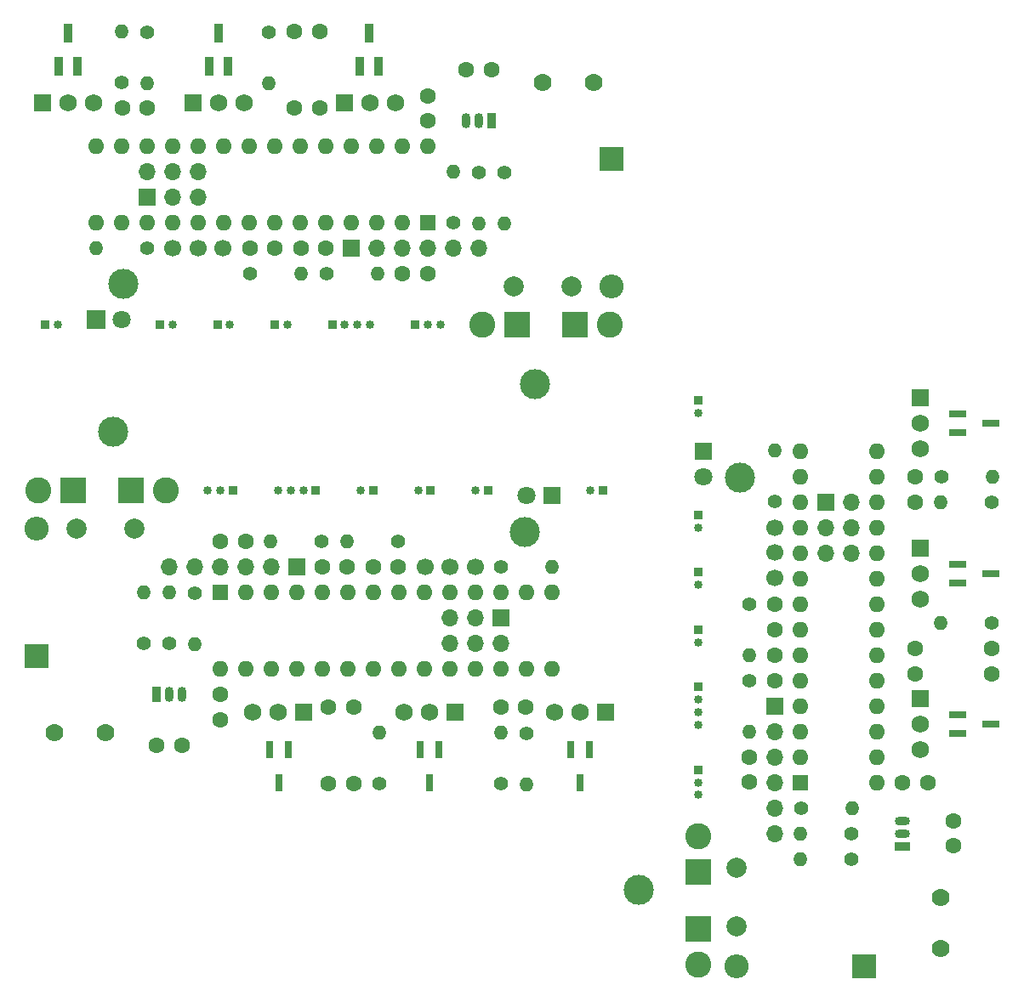
<source format=gts>
%MOIN*%
%OFA0B0*%
%FSLAX46Y46*%
%IPPOS*%
%LPD*%
%AMREC2110*
4,1,3,
0.03444881889763779,0.0344488188976378,
-0.0344488188976378,0.03444881889763779,
-0.03444881889763779,-0.0344488188976378,
0.0344488188976378,-0.03444881889763779,
0*%
%AMREC2120*
4,1,3,
0.015748031496062988,0.035433070866141732,
-0.015748031496063,0.035433070866141732,
-0.015748031496062988,-0.035433070866141732,
0.015748031496063,-0.035433070866141732,
0*%
%AMREC2130*
4,1,3,
0.033464566929133854,0.033464566929133861,
-0.033464566929133861,0.033464566929133854,
-0.033464566929133854,-0.033464566929133861,
0.033464566929133861,-0.033464566929133854,
0*%
%AMREC2140*
4,1,3,
0.031496062992125984,0.031496062992125991,
-0.031496062992125991,0.031496062992125984,
-0.031496062992125984,-0.031496062992125991,
0.031496062992125991,-0.031496062992125984,
0*%
%AMREC2150*
4,1,3,
0.051181102362204724,0.051181102362204738,
-0.051181102362204738,0.051181102362204724,
-0.051181102362204724,-0.051181102362204738,
0.051181102362204738,-0.051181102362204724,
0*%
%AMREC2160*
4,1,3,
0.047244094488188969,0.047244094488188983,
-0.047244094488188983,0.047244094488188969,
-0.047244094488188969,-0.047244094488188983,
0.047244094488188983,-0.047244094488188969,
0*%
%AMREC2170*
4,1,3,
0.035433070866141732,0.035433070866141739,
-0.035433070866141739,0.035433070866141732,
-0.035433070866141732,-0.035433070866141739,
0.035433070866141739,-0.035433070866141732,
0*%
%AMREC2180*
4,1,3,
0.017716535433070862,0.029527559055118113,
-0.017716535433070873,0.029527559055118113,
-0.017716535433070862,-0.029527559055118113,
0.017716535433070873,-0.029527559055118113,
0*%
%AMREC2190*
4,1,3,
0.016732283464566927,0.016732283464566931,
-0.016732283464566931,0.016732283464566927,
-0.016732283464566927,-0.016732283464566931,
0.016732283464566931,-0.016732283464566927,
0*%
%ADD10C,0.0039370078740157488*%
%ADD11C,0.11811023622047245*%
%ADD12C,0.068897637795275593*%
%ADD13R,0.068897637795275593X0.068897637795275593*%
%ADD14R,0.031496062992125991X0.070866141732283464*%
%ADD15C,0.07874015748031496*%
%ADD16R,0.066929133858267723X0.066929133858267723*%
%ADD17O,0.066929133858267723X0.066929133858267723*%
%ADD18R,0.062992125984251982X0.062992125984251982*%
%ADD19O,0.062992125984251982X0.062992125984251982*%
%ADD20R,0.10236220472440946X0.10236220472440946*%
%ADD21C,0.10236220472440946*%
%ADD22C,0.066929133858267723*%
%ADD23R,0.094488188976377951X0.094488188976377951*%
%ADD24O,0.094488188976377951X0.094488188976377951*%
%ADD25C,0.07*%
%ADD26C,0.055118110236220472*%
%ADD27O,0.055118110236220472X0.055118110236220472*%
%ADD28C,0.062992125984251982*%
%ADD29R,0.070866141732283464X0.070866141732283464*%
%ADD30C,0.070866141732283464*%
%ADD31O,0.035433070866141732X0.059055118110236227*%
%ADD32R,0.035433070866141732X0.059055118110236227*%
%ADD33R,0.033464566929133861X0.033464566929133861*%
%ADD34C,0.033464566929133861*%
%ADD45C,0.0039370078740157488*%
%ADD46C,0.11811023622047245*%
%ADD47C,0.068897637795275593*%
%AMCOMP250*
4,1,3,
0.03444881889763779,0.0344488188976378,
-0.0344488188976378,0.03444881889763779,
-0.03444881889763779,-0.0344488188976378,
0.0344488188976378,-0.03444881889763779,
0*%
%ADD48COMP250*%
%AMCOMP251*
4,1,3,
0.015748031496062988,0.035433070866141732,
-0.015748031496063,0.035433070866141732,
-0.015748031496062988,-0.035433070866141732,
0.015748031496063,-0.035433070866141732,
0*%
%ADD49COMP251*%
%ADD50C,0.07874015748031496*%
%AMCOMP252*
4,1,3,
0.033464566929133854,0.033464566929133861,
-0.033464566929133861,0.033464566929133854,
-0.033464566929133854,-0.033464566929133861,
0.033464566929133861,-0.033464566929133854,
0*%
%ADD51COMP252*%
%ADD52O,0.066929133858267723X0.066929133858267723*%
%AMCOMP253*
4,1,3,
0.031496062992125984,0.031496062992125991,
-0.031496062992125991,0.031496062992125984,
-0.031496062992125984,-0.031496062992125991,
0.031496062992125991,-0.031496062992125984,
0*%
%ADD53COMP253*%
%ADD54O,0.062992125984251982X0.062992125984251982*%
%AMCOMP254*
4,1,3,
0.051181102362204724,0.051181102362204738,
-0.051181102362204738,0.051181102362204724,
-0.051181102362204724,-0.051181102362204738,
0.051181102362204738,-0.051181102362204724,
0*%
%ADD55COMP254*%
%ADD56C,0.10236220472440946*%
%ADD57C,0.066929133858267723*%
%AMCOMP255*
4,1,3,
0.047244094488188969,0.047244094488188983,
-0.047244094488188983,0.047244094488188969,
-0.047244094488188969,-0.047244094488188983,
0.047244094488188983,-0.047244094488188969,
0*%
%ADD58COMP255*%
%ADD59O,0.094488188976377951X0.094488188976377951*%
%ADD60C,0.07*%
%ADD61C,0.055118110236220472*%
%ADD62O,0.055118110236220472X0.055118110236220472*%
%ADD63C,0.062992125984251982*%
%AMCOMP256*
4,1,3,
0.035433070866141732,0.035433070866141739,
-0.035433070866141739,0.035433070866141732,
-0.035433070866141732,-0.035433070866141739,
0.035433070866141739,-0.035433070866141732,
0*%
%ADD64COMP256*%
%ADD65C,0.070866141732283464*%
%ADD66O,0.035433070866141732X0.059055118110236227*%
%AMCOMP257*
4,1,3,
0.017716535433070862,0.029527559055118113,
-0.017716535433070873,0.029527559055118113,
-0.017716535433070862,-0.029527559055118113,
0.017716535433070873,-0.029527559055118113,
0*%
%ADD67COMP257*%
%AMCOMP258*
4,1,3,
0.016732283464566927,0.016732283464566931,
-0.016732283464566931,0.016732283464566927,
-0.016732283464566927,-0.016732283464566931,
0.016732283464566931,-0.016732283464566927,
0*%
%ADD68COMP258*%
%ADD69C,0.033464566929133861*%
%ADD70C,0.0039370078740157488*%
%ADD71C,0.11811023622047245*%
%ADD72C,0.068897637795275593*%
%ADD73R,0.068897637795275593X0.068897637795275593*%
%ADD74R,0.070866141732283464X0.031496062992125991*%
%ADD75C,0.07874015748031496*%
%ADD76R,0.066929133858267723X0.066929133858267723*%
%ADD77O,0.066929133858267723X0.066929133858267723*%
%ADD78R,0.062992125984251982X0.062992125984251982*%
%ADD79O,0.062992125984251982X0.062992125984251982*%
%ADD80R,0.10236220472440946X0.10236220472440946*%
%ADD81C,0.10236220472440946*%
%ADD82C,0.066929133858267723*%
%ADD83R,0.094488188976377951X0.094488188976377951*%
%ADD84O,0.094488188976377951X0.094488188976377951*%
%ADD85C,0.07*%
%ADD86C,0.055118110236220472*%
%ADD87O,0.055118110236220472X0.055118110236220472*%
%ADD88C,0.062992125984251982*%
%ADD89R,0.070866141732283464X0.070866141732283464*%
%ADD90C,0.070866141732283464*%
%ADD91O,0.059055118110236227X0.035433070866141732*%
%ADD92R,0.059055118110236227X0.035433070866141732*%
%ADD93R,0.033464566929133861X0.033464566929133861*%
%ADD94C,0.033464566929133861*%
G01*
D10*
D11*
X-0001456692Y0005433070D02*
X0002007795Y0001796653D03*
D12*
X0002122755Y0001087992D03*
X0002222755Y0001087992D03*
D13*
X0002322755Y0001087992D03*
D14*
X0002260708Y0000943031D03*
X0002185905Y0000943031D03*
X0002223307Y0000813110D03*
D15*
X0000477480Y0001808070D03*
X0000249133Y0001808070D03*
D16*
X0001113307Y0001658070D03*
D17*
X0001013307Y0001658070D03*
X0000913307Y0001658070D03*
X0000813307Y0001658070D03*
X0000713307Y0001658070D03*
X0000613307Y0001658070D03*
D11*
X0000393622Y0002190354D03*
D18*
X0000813307Y0001558070D03*
D19*
X0002113307Y0001258070D03*
X0000913307Y0001558070D03*
X0002013307Y0001258070D03*
X0001013307Y0001558070D03*
X0001913307Y0001258070D03*
X0001113307Y0001558070D03*
X0001813307Y0001258070D03*
X0001213307Y0001558070D03*
X0001713307Y0001258070D03*
X0001313307Y0001558070D03*
X0001613307Y0001258070D03*
X0001413307Y0001558070D03*
X0001513307Y0001258070D03*
X0001513307Y0001558070D03*
X0001413307Y0001258070D03*
X0001613307Y0001558070D03*
X0001313307Y0001258070D03*
X0001713307Y0001558070D03*
X0001213307Y0001258070D03*
X0001813307Y0001558070D03*
X0001113307Y0001258070D03*
X0001913307Y0001558070D03*
X0001013307Y0001258070D03*
X0002013307Y0001558070D03*
X0000913307Y0001258070D03*
X0002113307Y0001558070D03*
X0000813307Y0001258070D03*
D20*
X0000463307Y0001958070D03*
D21*
X0000601102Y0001958070D03*
D20*
X0000238307Y0001958070D03*
D21*
X0000100511Y0001958070D03*
D22*
X0001813307Y0001658070D03*
X0001714881Y0001658070D03*
X0001616456Y0001658070D03*
D23*
X0000093307Y0001308070D03*
D24*
X0000093307Y0001808070D03*
D25*
X0000363307Y0001008070D03*
X0000163307Y0001008070D03*
D26*
X0001211732Y0001758070D03*
D27*
X0001011732Y0001758070D03*
D26*
X0001511732Y0001758070D03*
D27*
X0001311732Y0001758070D03*
D28*
X0000813307Y0001158070D03*
X0000813307Y0001059645D03*
X0000663307Y0000958070D03*
X0000564881Y0000958070D03*
X0001213307Y0001658070D03*
X0001311732Y0001658070D03*
D29*
X0002113307Y0001938070D03*
D30*
X0002013307Y0001938070D03*
D31*
X0000613307Y0001158070D03*
X0000663307Y0001158070D03*
D32*
X0000563307Y0001158070D03*
D28*
X0001413307Y0001658070D03*
X0001511732Y0001658070D03*
X0000913307Y0001758070D03*
X0000814881Y0001758070D03*
D26*
X0000713307Y0001556496D03*
D27*
X0000713307Y0001356496D03*
D28*
X0001913307Y0001108070D03*
X0002011732Y0001108070D03*
D26*
X0002013307Y0001006496D03*
D27*
X0002013307Y0000806496D03*
D26*
X0001913307Y0000809645D03*
D27*
X0001913307Y0001009645D03*
D12*
X0001532204Y0001087992D03*
X0001632204Y0001087992D03*
D13*
X0001732204Y0001087992D03*
D12*
X0000941653Y0001087992D03*
X0001041653Y0001087992D03*
D13*
X0001141653Y0001087992D03*
D26*
X0000613307Y0001359645D03*
D27*
X0000613307Y0001559645D03*
D26*
X0000513307Y0001359645D03*
D27*
X0000513307Y0001559645D03*
D26*
X0001914881Y0001658070D03*
D27*
X0002114881Y0001658070D03*
D28*
X0001238307Y0001108070D03*
X0001238307Y0000808070D03*
X0001338307Y0001108070D03*
X0001338307Y0000808070D03*
D26*
X0001438307Y0000809645D03*
D27*
X0001438307Y0001009645D03*
D16*
X0001913307Y0001458070D03*
D17*
X0001913307Y0001358070D03*
X0001813307Y0001458070D03*
X0001813307Y0001358070D03*
X0001713307Y0001458070D03*
X0001713307Y0001358070D03*
D33*
X0001413307Y0001958070D03*
D34*
X0001364094Y0001958070D03*
D33*
X0001188307Y0001958070D03*
D34*
X0001139094Y0001958070D03*
X0001089881Y0001958070D03*
X0001040669Y0001958070D03*
D33*
X0002313307Y0001958070D03*
D34*
X0002264094Y0001958070D03*
D33*
X0001863307Y0001958070D03*
D34*
X0001814094Y0001958070D03*
D33*
X0001638307Y0001958070D03*
D34*
X0001589094Y0001958070D03*
D33*
X0000863307Y0001958070D03*
D34*
X0000814094Y0001958070D03*
X0000764881Y0001958070D03*
D14*
X0001670708Y0000943031D03*
X0001595905Y0000943031D03*
X0001633307Y0000813110D03*
X0001080708Y0000943031D03*
X0001005905Y0000943031D03*
X0001043307Y0000813110D03*
G04 next file*
G04 #@! TF.FileFunction,Soldermask,Top*
G04 Gerber Fmt 4.6, Leading zero omitted, Abs format (unit mm)*
G04 Created by KiCad (PCBNEW 4.0.6) date 06/26/19 16:14:45*
G01*
G04 APERTURE LIST*
G04 APERTURE END LIST*
D45*
D46*
X0003897637Y-0000866141D02*
X0000433149Y0002770275D03*
D47*
X0000318188Y0003478936D03*
X0000218188Y0003478936D03*
D48*
X0000118188Y0003478936D03*
D49*
X0000180236Y0003623897D03*
X0000255039Y0003623897D03*
X0000217637Y0003753818D03*
D50*
X0001963464Y0002758858D03*
X0002191810Y0002758858D03*
D51*
X0001327637Y0002908858D03*
D52*
X0001427637Y0002908858D03*
X0001527637Y0002908858D03*
X0001627637Y0002908858D03*
X0001727637Y0002908858D03*
X0001827637Y0002908858D03*
D46*
X0002047322Y0002376574D03*
D53*
X0001627637Y0003008858D03*
D54*
X0000327637Y0003308858D03*
X0001527637Y0003008858D03*
X0000427637Y0003308858D03*
X0001427637Y0003008858D03*
X0000527637Y0003308858D03*
X0001327637Y0003008858D03*
X0000627637Y0003308858D03*
X0001227637Y0003008858D03*
X0000727637Y0003308858D03*
X0001127637Y0003008858D03*
X0000827637Y0003308858D03*
X0001027637Y0003008858D03*
X0000927637Y0003308858D03*
X0000927637Y0003008858D03*
X0001027637Y0003308858D03*
X0000827637Y0003008858D03*
X0001127637Y0003308858D03*
X0000727637Y0003008858D03*
X0001227637Y0003308858D03*
X0000627637Y0003008858D03*
X0001327637Y0003308858D03*
X0000527637Y0003008858D03*
X0001427637Y0003308858D03*
X0000427637Y0003008858D03*
X0001527637Y0003308858D03*
X0000327637Y0003008858D03*
X0001627637Y0003308858D03*
D55*
X0001977637Y0002608858D03*
D56*
X0001839842Y0002608858D03*
D55*
X0002202637Y0002608858D03*
D56*
X0002340433Y0002608858D03*
D57*
X0000627637Y0002908858D03*
X0000726062Y0002908858D03*
X0000824488Y0002908858D03*
D58*
X0002347637Y0003258858D03*
D59*
X0002347637Y0002758858D03*
D60*
X0002077637Y0003558858D03*
X0002277637Y0003558858D03*
D61*
X0001229212Y0002808858D03*
D62*
X0001429212Y0002808858D03*
D61*
X0000929212Y0002808858D03*
D62*
X0001129212Y0002808858D03*
D63*
X0001627637Y0003408858D03*
X0001627637Y0003507283D03*
X0001777637Y0003608858D03*
X0001876062Y0003608858D03*
X0001227637Y0002908858D03*
X0001129212Y0002908858D03*
D64*
X0000327637Y0002628858D03*
D65*
X0000427637Y0002628858D03*
D66*
X0001827637Y0003408858D03*
X0001777637Y0003408858D03*
D67*
X0001877637Y0003408858D03*
D63*
X0001027637Y0002908858D03*
X0000929212Y0002908858D03*
X0001527637Y0002808858D03*
X0001626062Y0002808858D03*
D61*
X0001727637Y0003010433D03*
D62*
X0001727637Y0003210433D03*
D63*
X0000527637Y0003458858D03*
X0000429212Y0003458858D03*
D61*
X0000427637Y0003560433D03*
D62*
X0000427637Y0003760433D03*
D61*
X0000527637Y0003757283D03*
D62*
X0000527637Y0003557283D03*
D47*
X0000908740Y0003478936D03*
X0000808740Y0003478936D03*
D48*
X0000708740Y0003478936D03*
D47*
X0001499291Y0003478936D03*
X0001399291Y0003478936D03*
D48*
X0001299291Y0003478936D03*
D61*
X0001827637Y0003207283D03*
D62*
X0001827637Y0003007283D03*
D61*
X0001927637Y0003207283D03*
D62*
X0001927637Y0003007283D03*
D61*
X0000526062Y0002908858D03*
D62*
X0000326062Y0002908858D03*
D63*
X0001202637Y0003458858D03*
X0001202637Y0003758858D03*
X0001102637Y0003458858D03*
X0001102637Y0003758858D03*
D61*
X0001002637Y0003757283D03*
D62*
X0001002637Y0003557283D03*
D51*
X0000527637Y0003108858D03*
D52*
X0000527637Y0003208858D03*
X0000627637Y0003108858D03*
X0000627637Y0003208858D03*
X0000727637Y0003108858D03*
X0000727637Y0003208858D03*
D68*
X0001027637Y0002608858D03*
D69*
X0001076850Y0002608858D03*
D68*
X0001252637Y0002608858D03*
D69*
X0001301850Y0002608858D03*
X0001351062Y0002608858D03*
X0001400275Y0002608858D03*
D68*
X0000127637Y0002608858D03*
D69*
X0000176850Y0002608858D03*
D68*
X0000577637Y0002608858D03*
D69*
X0000626850Y0002608858D03*
D68*
X0000802637Y0002608858D03*
D69*
X0000851850Y0002608858D03*
D68*
X0001577637Y0002608858D03*
D69*
X0001626850Y0002608858D03*
X0001676062Y0002608858D03*
D49*
X0000770236Y0003623897D03*
X0000845039Y0003623897D03*
X0000807637Y0003753818D03*
X0001360236Y0003623897D03*
X0001435039Y0003623897D03*
X0001397637Y0003753818D03*
G04 next file*
G04 #@! TF.FileFunction,Soldermask,Top*
G04 Gerber Fmt 4.6, Leading zero omitted, Abs format (unit mm)*
G04 Created by KiCad (PCBNEW 4.0.6) date 06/26/19 16:14:45*
G01*
G04 APERTURE LIST*
G04 APERTURE END LIST*
D70*
D71*
X-0000787401Y-0001456692D02*
X0002849015Y0002007795D03*
D72*
X0003557677Y0002122755D03*
X0003557677Y0002222755D03*
D73*
X0003557677Y0002322755D03*
D74*
X0003702637Y0002260708D03*
X0003702637Y0002185905D03*
X0003832559Y0002223307D03*
D75*
X0002837598Y0000477480D03*
X0002837598Y0000249133D03*
D76*
X0002987598Y0001113307D03*
D77*
X0002987598Y0001013307D03*
X0002987598Y0000913307D03*
X0002987598Y0000813307D03*
X0002987598Y0000713307D03*
X0002987598Y0000613307D03*
D71*
X0002455314Y0000393622D03*
D78*
X0003087598Y0000813307D03*
D79*
X0003387598Y0002113307D03*
X0003087598Y0000913307D03*
X0003387598Y0002013307D03*
X0003087598Y0001013307D03*
X0003387598Y0001913307D03*
X0003087598Y0001113307D03*
X0003387598Y0001813307D03*
X0003087598Y0001213307D03*
X0003387598Y0001713307D03*
X0003087598Y0001313307D03*
X0003387598Y0001613307D03*
X0003087598Y0001413307D03*
X0003387598Y0001513307D03*
X0003087598Y0001513307D03*
X0003387598Y0001413307D03*
X0003087598Y0001613307D03*
X0003387598Y0001313307D03*
X0003087598Y0001713307D03*
X0003387598Y0001213307D03*
X0003087598Y0001813307D03*
X0003387598Y0001113307D03*
X0003087598Y0001913307D03*
X0003387598Y0001013307D03*
X0003087598Y0002013307D03*
X0003387598Y0000913307D03*
X0003087598Y0002113307D03*
X0003387598Y0000813307D03*
D80*
X0002687598Y0000463307D03*
D81*
X0002687598Y0000601102D03*
D80*
X0002687598Y0000238307D03*
D81*
X0002687598Y0000100511D03*
D82*
X0002987598Y0001813307D03*
X0002987598Y0001714881D03*
X0002987598Y0001616456D03*
D83*
X0003337598Y0000093307D03*
D84*
X0002837598Y0000093307D03*
D85*
X0003637598Y0000363307D03*
X0003637598Y0000163307D03*
D86*
X0002887598Y0001211732D03*
D87*
X0002887598Y0001011732D03*
D86*
X0002887598Y0001511732D03*
D87*
X0002887598Y0001311732D03*
D88*
X0003487598Y0000813307D03*
X0003586023Y0000813307D03*
X0003687598Y0000663307D03*
X0003687598Y0000564881D03*
X0002987598Y0001213307D03*
X0002987598Y0001311732D03*
D89*
X0002707598Y0002113307D03*
D90*
X0002707598Y0002013307D03*
D91*
X0003487598Y0000613307D03*
X0003487598Y0000663307D03*
D92*
X0003487598Y0000563307D03*
D88*
X0002987598Y0001413307D03*
X0002987598Y0001511732D03*
X0002887598Y0000913307D03*
X0002887598Y0000814881D03*
D86*
X0003089173Y0000713307D03*
D87*
X0003289173Y0000713307D03*
D88*
X0003537598Y0001913307D03*
X0003537598Y0002011732D03*
D86*
X0003639173Y0002013307D03*
D87*
X0003839173Y0002013307D03*
D86*
X0003836023Y0001913307D03*
D87*
X0003636023Y0001913307D03*
D72*
X0003557677Y0001532204D03*
X0003557677Y0001632204D03*
D73*
X0003557677Y0001732204D03*
D72*
X0003557677Y0000941653D03*
X0003557677Y0001041653D03*
D73*
X0003557677Y0001141653D03*
D86*
X0003286023Y0000613307D03*
D87*
X0003086023Y0000613307D03*
D86*
X0003286023Y0000513307D03*
D87*
X0003086023Y0000513307D03*
D86*
X0002987598Y0001914881D03*
D87*
X0002987598Y0002114881D03*
D88*
X0003537598Y0001238307D03*
X0003837598Y0001238307D03*
X0003537598Y0001338307D03*
X0003837598Y0001338307D03*
D86*
X0003836023Y0001438307D03*
D87*
X0003636023Y0001438307D03*
D76*
X0003187598Y0001913307D03*
D77*
X0003287598Y0001913307D03*
X0003187598Y0001813307D03*
X0003287598Y0001813307D03*
X0003187598Y0001713307D03*
X0003287598Y0001713307D03*
D93*
X0002687598Y0001413307D03*
D94*
X0002687598Y0001364094D03*
D93*
X0002687598Y0001188307D03*
D94*
X0002687598Y0001139094D03*
X0002687598Y0001089881D03*
X0002687598Y0001040669D03*
D93*
X0002687598Y0002313307D03*
D94*
X0002687598Y0002264094D03*
D93*
X0002687598Y0001863307D03*
D94*
X0002687598Y0001814094D03*
D93*
X0002687598Y0001638307D03*
D94*
X0002687598Y0001589094D03*
D93*
X0002687598Y0000863307D03*
D94*
X0002687598Y0000814094D03*
X0002687598Y0000764881D03*
D74*
X0003702637Y0001670708D03*
X0003702637Y0001595905D03*
X0003832559Y0001633307D03*
X0003702637Y0001080708D03*
X0003702637Y0001005905D03*
X0003832559Y0001043307D03*
M02*
</source>
